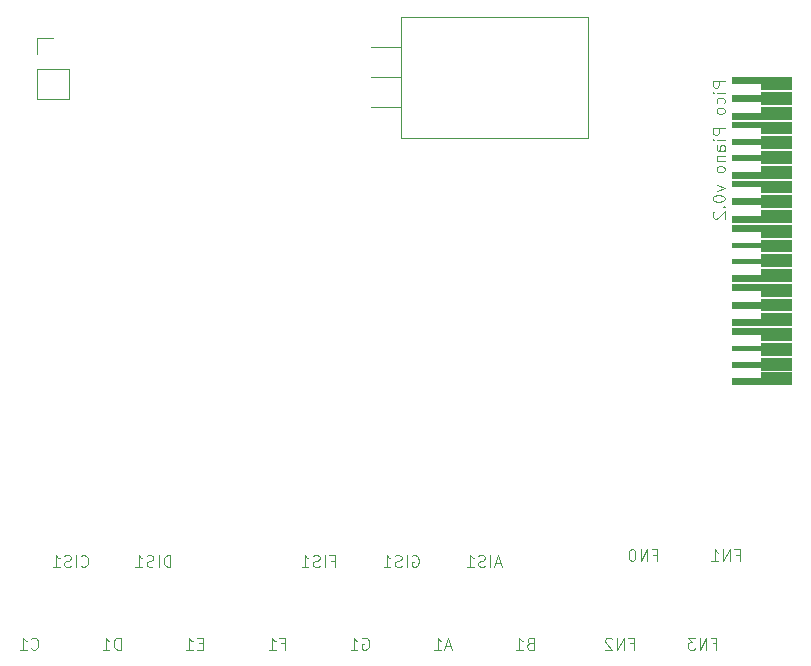
<source format=gbo>
G04 #@! TF.GenerationSoftware,KiCad,Pcbnew,8.0.6*
G04 #@! TF.CreationDate,2024-12-01T22:21:49+01:00*
G04 #@! TF.ProjectId,pico_piano,7069636f-5f70-4696-916e-6f2e6b696361,rev?*
G04 #@! TF.SameCoordinates,Original*
G04 #@! TF.FileFunction,Legend,Bot*
G04 #@! TF.FilePolarity,Positive*
%FSLAX46Y46*%
G04 Gerber Fmt 4.6, Leading zero omitted, Abs format (unit mm)*
G04 Created by KiCad (PCBNEW 8.0.6) date 2024-12-01 22:21:49*
%MOMM*%
%LPD*%
G01*
G04 APERTURE LIST*
%ADD10C,0.100000*%
%ADD11C,0.120000*%
%ADD12C,2.000000*%
%ADD13R,1.700000X1.700000*%
%ADD14O,1.700000X1.700000*%
%ADD15R,2.000000X2.000000*%
%ADD16O,1.800000X1.800000*%
%ADD17O,1.500000X1.500000*%
%ADD18O,3.500000X3.500000*%
%ADD19R,2.000000X1.905000*%
%ADD20O,2.000000X1.905000*%
G04 APERTURE END LIST*
D10*
X172500000Y-44500000D02*
X170000000Y-44500000D01*
X170000000Y-44000000D01*
X167500000Y-44000000D01*
X167500000Y-43500000D01*
X172500000Y-43500000D01*
X172500000Y-44500000D01*
G36*
X172500000Y-44500000D02*
G01*
X170000000Y-44500000D01*
X170000000Y-44000000D01*
X167500000Y-44000000D01*
X167500000Y-43500000D01*
X172500000Y-43500000D01*
X172500000Y-44500000D01*
G37*
X172500000Y-38250000D02*
X167500000Y-38250000D01*
X167500000Y-37750000D01*
X170000000Y-37750000D01*
X170000000Y-37250000D01*
X172500000Y-37250000D01*
X172500000Y-38250000D01*
G36*
X172500000Y-38250000D02*
G01*
X167500000Y-38250000D01*
X167500000Y-37750000D01*
X170000000Y-37750000D01*
X170000000Y-37250000D01*
X172500000Y-37250000D01*
X172500000Y-38250000D01*
G37*
X172500000Y-28250000D02*
X170000000Y-28250000D01*
X170000000Y-28000000D01*
X167500000Y-28000000D01*
X167500000Y-27500000D01*
X170000000Y-27500000D01*
X170000000Y-27250000D01*
X172500000Y-27250000D01*
X172500000Y-28250000D01*
G36*
X172500000Y-28250000D02*
G01*
X170000000Y-28250000D01*
X170000000Y-28000000D01*
X167500000Y-28000000D01*
X167500000Y-27500000D01*
X170000000Y-27500000D01*
X170000000Y-27250000D01*
X172500000Y-27250000D01*
X172500000Y-28250000D01*
G37*
X172500000Y-34500000D02*
X167500000Y-34500000D01*
X167500000Y-34000000D01*
X170000000Y-34000000D01*
X170000000Y-33500000D01*
X172500000Y-33500000D01*
X172500000Y-34500000D01*
G36*
X172500000Y-34500000D02*
G01*
X167500000Y-34500000D01*
X167500000Y-34000000D01*
X170000000Y-34000000D01*
X170000000Y-33500000D01*
X172500000Y-33500000D01*
X172500000Y-34500000D01*
G37*
X172500000Y-40750000D02*
X170000000Y-40750000D01*
X170000000Y-40375000D01*
X167500000Y-40375000D01*
X167500000Y-40000000D01*
X170000000Y-40000000D01*
X170000000Y-39750000D01*
X172500000Y-39750000D01*
X172500000Y-40750000D01*
G36*
X172500000Y-40750000D02*
G01*
X170000000Y-40750000D01*
X170000000Y-40375000D01*
X167500000Y-40375000D01*
X167500000Y-40000000D01*
X170000000Y-40000000D01*
X170000000Y-39750000D01*
X172500000Y-39750000D01*
X172500000Y-40750000D01*
G37*
X172500000Y-43250000D02*
X167500000Y-43250000D01*
X167500000Y-42750000D01*
X170000000Y-42750000D01*
X170000000Y-42250000D01*
X172500000Y-42250000D01*
X172500000Y-43250000D01*
G36*
X172500000Y-43250000D02*
G01*
X167500000Y-43250000D01*
X167500000Y-42750000D01*
X170000000Y-42750000D01*
X170000000Y-42250000D01*
X172500000Y-42250000D01*
X172500000Y-43250000D01*
G37*
X172500000Y-32000000D02*
X170000000Y-32000000D01*
X170000000Y-31625000D01*
X167500000Y-31625000D01*
X167500000Y-31250000D01*
X170000000Y-31250000D01*
X170000000Y-31000000D01*
X172500000Y-31000000D01*
X172500000Y-32000000D01*
G36*
X172500000Y-32000000D02*
G01*
X170000000Y-32000000D01*
X170000000Y-31625000D01*
X167500000Y-31625000D01*
X167500000Y-31250000D01*
X170000000Y-31250000D01*
X170000000Y-31000000D01*
X172500000Y-31000000D01*
X172500000Y-32000000D01*
G37*
X172500000Y-47000000D02*
X167500000Y-47000000D01*
X167500000Y-46500000D01*
X170000000Y-46500000D01*
X170000000Y-46000000D01*
X172500000Y-46000000D01*
X172500000Y-47000000D01*
G36*
X172500000Y-47000000D02*
G01*
X167500000Y-47000000D01*
X167500000Y-46500000D01*
X170000000Y-46500000D01*
X170000000Y-46000000D01*
X172500000Y-46000000D01*
X172500000Y-47000000D01*
G37*
X172500000Y-52000000D02*
X167500000Y-52000000D01*
X167500000Y-51500000D01*
X170000000Y-51500000D01*
X170000000Y-51000000D01*
X172500000Y-51000000D01*
X172500000Y-52000000D01*
G36*
X172500000Y-52000000D02*
G01*
X167500000Y-52000000D01*
X167500000Y-51500000D01*
X170000000Y-51500000D01*
X170000000Y-51000000D01*
X172500000Y-51000000D01*
X172500000Y-52000000D01*
G37*
X172500000Y-49500000D02*
X170000000Y-49500000D01*
X170000000Y-49125000D01*
X167500000Y-49125000D01*
X167500000Y-48750000D01*
X170000000Y-48750000D01*
X170000000Y-48500000D01*
X172500000Y-48500000D01*
X172500000Y-49500000D01*
G36*
X172500000Y-49500000D02*
G01*
X170000000Y-49500000D01*
X170000000Y-49125000D01*
X167500000Y-49125000D01*
X167500000Y-48750000D01*
X170000000Y-48750000D01*
X170000000Y-48500000D01*
X172500000Y-48500000D01*
X172500000Y-49500000D01*
G37*
X172500000Y-35750000D02*
X170000000Y-35750000D01*
X170000000Y-35250000D01*
X167500000Y-35250000D01*
X167500000Y-34750000D01*
X172500000Y-34750000D01*
X172500000Y-35750000D01*
G36*
X172500000Y-35750000D02*
G01*
X170000000Y-35750000D01*
X170000000Y-35250000D01*
X167500000Y-35250000D01*
X167500000Y-34750000D01*
X172500000Y-34750000D01*
X172500000Y-35750000D01*
G37*
X172500000Y-42000000D02*
X170000000Y-42000000D01*
X170000000Y-41750000D01*
X167500000Y-41750000D01*
X167500000Y-41375000D01*
X170000000Y-41375000D01*
X170000000Y-41000000D01*
X172500000Y-41000000D01*
X172500000Y-42000000D01*
G36*
X172500000Y-42000000D02*
G01*
X170000000Y-42000000D01*
X170000000Y-41750000D01*
X167500000Y-41750000D01*
X167500000Y-41375000D01*
X170000000Y-41375000D01*
X170000000Y-41000000D01*
X172500000Y-41000000D01*
X172500000Y-42000000D01*
G37*
X172500000Y-50750000D02*
X170000000Y-50750000D01*
X170000000Y-50500000D01*
X167500000Y-50500000D01*
X167500000Y-50125000D01*
X170000000Y-50125000D01*
X170000000Y-49750000D01*
X172500000Y-49750000D01*
X172500000Y-50750000D01*
G36*
X172500000Y-50750000D02*
G01*
X170000000Y-50750000D01*
X170000000Y-50500000D01*
X167500000Y-50500000D01*
X167500000Y-50125000D01*
X170000000Y-50125000D01*
X170000000Y-49750000D01*
X172500000Y-49750000D01*
X172500000Y-50750000D01*
G37*
X172500000Y-33250000D02*
X170000000Y-33250000D01*
X170000000Y-33000000D01*
X167500000Y-33000000D01*
X167500000Y-32625000D01*
X170000000Y-32625000D01*
X170000000Y-32250000D01*
X172500000Y-32250000D01*
X172500000Y-33250000D01*
G36*
X172500000Y-33250000D02*
G01*
X170000000Y-33250000D01*
X170000000Y-33000000D01*
X167500000Y-33000000D01*
X167500000Y-32625000D01*
X170000000Y-32625000D01*
X170000000Y-32250000D01*
X172500000Y-32250000D01*
X172500000Y-33250000D01*
G37*
X172500000Y-39500000D02*
X170000000Y-39500000D01*
X170000000Y-39000000D01*
X167500000Y-39000000D01*
X167500000Y-38500000D01*
X172500000Y-38500000D01*
X172500000Y-39500000D01*
G36*
X172500000Y-39500000D02*
G01*
X170000000Y-39500000D01*
X170000000Y-39000000D01*
X167500000Y-39000000D01*
X167500000Y-38500000D01*
X172500000Y-38500000D01*
X172500000Y-39500000D01*
G37*
X172500000Y-48250000D02*
X170000000Y-48250000D01*
X170000000Y-47750000D01*
X167500000Y-47750000D01*
X167500000Y-47250000D01*
X172500000Y-47250000D01*
X172500000Y-48250000D01*
G36*
X172500000Y-48250000D02*
G01*
X170000000Y-48250000D01*
X170000000Y-47750000D01*
X167500000Y-47750000D01*
X167500000Y-47250000D01*
X172500000Y-47250000D01*
X172500000Y-48250000D01*
G37*
X172500000Y-29500000D02*
X167500000Y-29500000D01*
X167500000Y-29000000D01*
X170000000Y-29000000D01*
X170000000Y-28500000D01*
X172500000Y-28500000D01*
X172500000Y-29500000D01*
G36*
X172500000Y-29500000D02*
G01*
X167500000Y-29500000D01*
X167500000Y-29000000D01*
X170000000Y-29000000D01*
X170000000Y-28500000D01*
X172500000Y-28500000D01*
X172500000Y-29500000D01*
G37*
X172500000Y-30750000D02*
X170000000Y-30750000D01*
X170000000Y-30250000D01*
X167500000Y-30250000D01*
X167500000Y-29750000D01*
X172500000Y-29750000D01*
X172500000Y-30750000D01*
G36*
X172500000Y-30750000D02*
G01*
X170000000Y-30750000D01*
X170000000Y-30250000D01*
X167500000Y-30250000D01*
X167500000Y-29750000D01*
X172500000Y-29750000D01*
X172500000Y-30750000D01*
G37*
X172500000Y-27000000D02*
X170000000Y-27000000D01*
X170000000Y-26500000D01*
X167500000Y-26500000D01*
X167500000Y-26000000D01*
X172500000Y-26000000D01*
X172500000Y-27000000D01*
G36*
X172500000Y-27000000D02*
G01*
X170000000Y-27000000D01*
X170000000Y-26500000D01*
X167500000Y-26500000D01*
X167500000Y-26000000D01*
X172500000Y-26000000D01*
X172500000Y-27000000D01*
G37*
X172500000Y-37000000D02*
X170000000Y-37000000D01*
X170000000Y-36750000D01*
X167500000Y-36750000D01*
X167500000Y-36250000D01*
X170000000Y-36250000D01*
X170000000Y-36000000D01*
X172500000Y-36000000D01*
X172500000Y-37000000D01*
G36*
X172500000Y-37000000D02*
G01*
X170000000Y-37000000D01*
X170000000Y-36750000D01*
X167500000Y-36750000D01*
X167500000Y-36250000D01*
X170000000Y-36250000D01*
X170000000Y-36000000D01*
X172500000Y-36000000D01*
X172500000Y-37000000D01*
G37*
X172500000Y-45750000D02*
X170000000Y-45750000D01*
X170000000Y-45500000D01*
X167500000Y-45500000D01*
X167500000Y-45000000D01*
X170000000Y-45000000D01*
X170000000Y-44750000D01*
X172500000Y-44750000D01*
X172500000Y-45750000D01*
G36*
X172500000Y-45750000D02*
G01*
X170000000Y-45750000D01*
X170000000Y-45500000D01*
X167500000Y-45500000D01*
X167500000Y-45000000D01*
X170000000Y-45000000D01*
X170000000Y-44750000D01*
X172500000Y-44750000D01*
X172500000Y-45750000D01*
G37*
X166872419Y-26303884D02*
X165872419Y-26303884D01*
X165872419Y-26303884D02*
X165872419Y-26684836D01*
X165872419Y-26684836D02*
X165920038Y-26780074D01*
X165920038Y-26780074D02*
X165967657Y-26827693D01*
X165967657Y-26827693D02*
X166062895Y-26875312D01*
X166062895Y-26875312D02*
X166205752Y-26875312D01*
X166205752Y-26875312D02*
X166300990Y-26827693D01*
X166300990Y-26827693D02*
X166348609Y-26780074D01*
X166348609Y-26780074D02*
X166396228Y-26684836D01*
X166396228Y-26684836D02*
X166396228Y-26303884D01*
X166872419Y-27303884D02*
X166205752Y-27303884D01*
X165872419Y-27303884D02*
X165920038Y-27256265D01*
X165920038Y-27256265D02*
X165967657Y-27303884D01*
X165967657Y-27303884D02*
X165920038Y-27351503D01*
X165920038Y-27351503D02*
X165872419Y-27303884D01*
X165872419Y-27303884D02*
X165967657Y-27303884D01*
X166824800Y-28208645D02*
X166872419Y-28113407D01*
X166872419Y-28113407D02*
X166872419Y-27922931D01*
X166872419Y-27922931D02*
X166824800Y-27827693D01*
X166824800Y-27827693D02*
X166777180Y-27780074D01*
X166777180Y-27780074D02*
X166681942Y-27732455D01*
X166681942Y-27732455D02*
X166396228Y-27732455D01*
X166396228Y-27732455D02*
X166300990Y-27780074D01*
X166300990Y-27780074D02*
X166253371Y-27827693D01*
X166253371Y-27827693D02*
X166205752Y-27922931D01*
X166205752Y-27922931D02*
X166205752Y-28113407D01*
X166205752Y-28113407D02*
X166253371Y-28208645D01*
X166872419Y-28780074D02*
X166824800Y-28684836D01*
X166824800Y-28684836D02*
X166777180Y-28637217D01*
X166777180Y-28637217D02*
X166681942Y-28589598D01*
X166681942Y-28589598D02*
X166396228Y-28589598D01*
X166396228Y-28589598D02*
X166300990Y-28637217D01*
X166300990Y-28637217D02*
X166253371Y-28684836D01*
X166253371Y-28684836D02*
X166205752Y-28780074D01*
X166205752Y-28780074D02*
X166205752Y-28922931D01*
X166205752Y-28922931D02*
X166253371Y-29018169D01*
X166253371Y-29018169D02*
X166300990Y-29065788D01*
X166300990Y-29065788D02*
X166396228Y-29113407D01*
X166396228Y-29113407D02*
X166681942Y-29113407D01*
X166681942Y-29113407D02*
X166777180Y-29065788D01*
X166777180Y-29065788D02*
X166824800Y-29018169D01*
X166824800Y-29018169D02*
X166872419Y-28922931D01*
X166872419Y-28922931D02*
X166872419Y-28780074D01*
X166872419Y-30303884D02*
X165872419Y-30303884D01*
X165872419Y-30303884D02*
X165872419Y-30684836D01*
X165872419Y-30684836D02*
X165920038Y-30780074D01*
X165920038Y-30780074D02*
X165967657Y-30827693D01*
X165967657Y-30827693D02*
X166062895Y-30875312D01*
X166062895Y-30875312D02*
X166205752Y-30875312D01*
X166205752Y-30875312D02*
X166300990Y-30827693D01*
X166300990Y-30827693D02*
X166348609Y-30780074D01*
X166348609Y-30780074D02*
X166396228Y-30684836D01*
X166396228Y-30684836D02*
X166396228Y-30303884D01*
X166872419Y-31303884D02*
X166205752Y-31303884D01*
X165872419Y-31303884D02*
X165920038Y-31256265D01*
X165920038Y-31256265D02*
X165967657Y-31303884D01*
X165967657Y-31303884D02*
X165920038Y-31351503D01*
X165920038Y-31351503D02*
X165872419Y-31303884D01*
X165872419Y-31303884D02*
X165967657Y-31303884D01*
X166872419Y-32208645D02*
X166348609Y-32208645D01*
X166348609Y-32208645D02*
X166253371Y-32161026D01*
X166253371Y-32161026D02*
X166205752Y-32065788D01*
X166205752Y-32065788D02*
X166205752Y-31875312D01*
X166205752Y-31875312D02*
X166253371Y-31780074D01*
X166824800Y-32208645D02*
X166872419Y-32113407D01*
X166872419Y-32113407D02*
X166872419Y-31875312D01*
X166872419Y-31875312D02*
X166824800Y-31780074D01*
X166824800Y-31780074D02*
X166729561Y-31732455D01*
X166729561Y-31732455D02*
X166634323Y-31732455D01*
X166634323Y-31732455D02*
X166539085Y-31780074D01*
X166539085Y-31780074D02*
X166491466Y-31875312D01*
X166491466Y-31875312D02*
X166491466Y-32113407D01*
X166491466Y-32113407D02*
X166443847Y-32208645D01*
X166205752Y-32684836D02*
X166872419Y-32684836D01*
X166300990Y-32684836D02*
X166253371Y-32732455D01*
X166253371Y-32732455D02*
X166205752Y-32827693D01*
X166205752Y-32827693D02*
X166205752Y-32970550D01*
X166205752Y-32970550D02*
X166253371Y-33065788D01*
X166253371Y-33065788D02*
X166348609Y-33113407D01*
X166348609Y-33113407D02*
X166872419Y-33113407D01*
X166872419Y-33732455D02*
X166824800Y-33637217D01*
X166824800Y-33637217D02*
X166777180Y-33589598D01*
X166777180Y-33589598D02*
X166681942Y-33541979D01*
X166681942Y-33541979D02*
X166396228Y-33541979D01*
X166396228Y-33541979D02*
X166300990Y-33589598D01*
X166300990Y-33589598D02*
X166253371Y-33637217D01*
X166253371Y-33637217D02*
X166205752Y-33732455D01*
X166205752Y-33732455D02*
X166205752Y-33875312D01*
X166205752Y-33875312D02*
X166253371Y-33970550D01*
X166253371Y-33970550D02*
X166300990Y-34018169D01*
X166300990Y-34018169D02*
X166396228Y-34065788D01*
X166396228Y-34065788D02*
X166681942Y-34065788D01*
X166681942Y-34065788D02*
X166777180Y-34018169D01*
X166777180Y-34018169D02*
X166824800Y-33970550D01*
X166824800Y-33970550D02*
X166872419Y-33875312D01*
X166872419Y-33875312D02*
X166872419Y-33732455D01*
X166205752Y-35161027D02*
X166872419Y-35399122D01*
X166872419Y-35399122D02*
X166205752Y-35637217D01*
X165872419Y-36208646D02*
X165872419Y-36303884D01*
X165872419Y-36303884D02*
X165920038Y-36399122D01*
X165920038Y-36399122D02*
X165967657Y-36446741D01*
X165967657Y-36446741D02*
X166062895Y-36494360D01*
X166062895Y-36494360D02*
X166253371Y-36541979D01*
X166253371Y-36541979D02*
X166491466Y-36541979D01*
X166491466Y-36541979D02*
X166681942Y-36494360D01*
X166681942Y-36494360D02*
X166777180Y-36446741D01*
X166777180Y-36446741D02*
X166824800Y-36399122D01*
X166824800Y-36399122D02*
X166872419Y-36303884D01*
X166872419Y-36303884D02*
X166872419Y-36208646D01*
X166872419Y-36208646D02*
X166824800Y-36113408D01*
X166824800Y-36113408D02*
X166777180Y-36065789D01*
X166777180Y-36065789D02*
X166681942Y-36018170D01*
X166681942Y-36018170D02*
X166491466Y-35970551D01*
X166491466Y-35970551D02*
X166253371Y-35970551D01*
X166253371Y-35970551D02*
X166062895Y-36018170D01*
X166062895Y-36018170D02*
X165967657Y-36065789D01*
X165967657Y-36065789D02*
X165920038Y-36113408D01*
X165920038Y-36113408D02*
X165872419Y-36208646D01*
X166777180Y-36970551D02*
X166824800Y-37018170D01*
X166824800Y-37018170D02*
X166872419Y-36970551D01*
X166872419Y-36970551D02*
X166824800Y-36922932D01*
X166824800Y-36922932D02*
X166777180Y-36970551D01*
X166777180Y-36970551D02*
X166872419Y-36970551D01*
X165967657Y-37399122D02*
X165920038Y-37446741D01*
X165920038Y-37446741D02*
X165872419Y-37541979D01*
X165872419Y-37541979D02*
X165872419Y-37780074D01*
X165872419Y-37780074D02*
X165920038Y-37875312D01*
X165920038Y-37875312D02*
X165967657Y-37922931D01*
X165967657Y-37922931D02*
X166062895Y-37970550D01*
X166062895Y-37970550D02*
X166158133Y-37970550D01*
X166158133Y-37970550D02*
X166300990Y-37922931D01*
X166300990Y-37922931D02*
X166872419Y-37351503D01*
X166872419Y-37351503D02*
X166872419Y-37970550D01*
X167857142Y-66433609D02*
X168190475Y-66433609D01*
X168190475Y-66957419D02*
X168190475Y-65957419D01*
X168190475Y-65957419D02*
X167714285Y-65957419D01*
X167333332Y-66957419D02*
X167333332Y-65957419D01*
X167333332Y-65957419D02*
X166761904Y-66957419D01*
X166761904Y-66957419D02*
X166761904Y-65957419D01*
X165761904Y-66957419D02*
X166333332Y-66957419D01*
X166047618Y-66957419D02*
X166047618Y-65957419D01*
X166047618Y-65957419D02*
X166142856Y-66100276D01*
X166142856Y-66100276D02*
X166238094Y-66195514D01*
X166238094Y-66195514D02*
X166333332Y-66243133D01*
X140428571Y-66505038D02*
X140523809Y-66457419D01*
X140523809Y-66457419D02*
X140666666Y-66457419D01*
X140666666Y-66457419D02*
X140809523Y-66505038D01*
X140809523Y-66505038D02*
X140904761Y-66600276D01*
X140904761Y-66600276D02*
X140952380Y-66695514D01*
X140952380Y-66695514D02*
X140999999Y-66885990D01*
X140999999Y-66885990D02*
X140999999Y-67028847D01*
X140999999Y-67028847D02*
X140952380Y-67219323D01*
X140952380Y-67219323D02*
X140904761Y-67314561D01*
X140904761Y-67314561D02*
X140809523Y-67409800D01*
X140809523Y-67409800D02*
X140666666Y-67457419D01*
X140666666Y-67457419D02*
X140571428Y-67457419D01*
X140571428Y-67457419D02*
X140428571Y-67409800D01*
X140428571Y-67409800D02*
X140380952Y-67362180D01*
X140380952Y-67362180D02*
X140380952Y-67028847D01*
X140380952Y-67028847D02*
X140571428Y-67028847D01*
X139952380Y-67457419D02*
X139952380Y-66457419D01*
X139523809Y-67409800D02*
X139380952Y-67457419D01*
X139380952Y-67457419D02*
X139142857Y-67457419D01*
X139142857Y-67457419D02*
X139047619Y-67409800D01*
X139047619Y-67409800D02*
X139000000Y-67362180D01*
X139000000Y-67362180D02*
X138952381Y-67266942D01*
X138952381Y-67266942D02*
X138952381Y-67171704D01*
X138952381Y-67171704D02*
X139000000Y-67076466D01*
X139000000Y-67076466D02*
X139047619Y-67028847D01*
X139047619Y-67028847D02*
X139142857Y-66981228D01*
X139142857Y-66981228D02*
X139333333Y-66933609D01*
X139333333Y-66933609D02*
X139428571Y-66885990D01*
X139428571Y-66885990D02*
X139476190Y-66838371D01*
X139476190Y-66838371D02*
X139523809Y-66743133D01*
X139523809Y-66743133D02*
X139523809Y-66647895D01*
X139523809Y-66647895D02*
X139476190Y-66552657D01*
X139476190Y-66552657D02*
X139428571Y-66505038D01*
X139428571Y-66505038D02*
X139333333Y-66457419D01*
X139333333Y-66457419D02*
X139095238Y-66457419D01*
X139095238Y-66457419D02*
X138952381Y-66505038D01*
X138000000Y-67457419D02*
X138571428Y-67457419D01*
X138285714Y-67457419D02*
X138285714Y-66457419D01*
X138285714Y-66457419D02*
X138380952Y-66600276D01*
X138380952Y-66600276D02*
X138476190Y-66695514D01*
X138476190Y-66695514D02*
X138571428Y-66743133D01*
X119952380Y-67457419D02*
X119952380Y-66457419D01*
X119952380Y-66457419D02*
X119714285Y-66457419D01*
X119714285Y-66457419D02*
X119571428Y-66505038D01*
X119571428Y-66505038D02*
X119476190Y-66600276D01*
X119476190Y-66600276D02*
X119428571Y-66695514D01*
X119428571Y-66695514D02*
X119380952Y-66885990D01*
X119380952Y-66885990D02*
X119380952Y-67028847D01*
X119380952Y-67028847D02*
X119428571Y-67219323D01*
X119428571Y-67219323D02*
X119476190Y-67314561D01*
X119476190Y-67314561D02*
X119571428Y-67409800D01*
X119571428Y-67409800D02*
X119714285Y-67457419D01*
X119714285Y-67457419D02*
X119952380Y-67457419D01*
X118952380Y-67457419D02*
X118952380Y-66457419D01*
X118523809Y-67409800D02*
X118380952Y-67457419D01*
X118380952Y-67457419D02*
X118142857Y-67457419D01*
X118142857Y-67457419D02*
X118047619Y-67409800D01*
X118047619Y-67409800D02*
X118000000Y-67362180D01*
X118000000Y-67362180D02*
X117952381Y-67266942D01*
X117952381Y-67266942D02*
X117952381Y-67171704D01*
X117952381Y-67171704D02*
X118000000Y-67076466D01*
X118000000Y-67076466D02*
X118047619Y-67028847D01*
X118047619Y-67028847D02*
X118142857Y-66981228D01*
X118142857Y-66981228D02*
X118333333Y-66933609D01*
X118333333Y-66933609D02*
X118428571Y-66885990D01*
X118428571Y-66885990D02*
X118476190Y-66838371D01*
X118476190Y-66838371D02*
X118523809Y-66743133D01*
X118523809Y-66743133D02*
X118523809Y-66647895D01*
X118523809Y-66647895D02*
X118476190Y-66552657D01*
X118476190Y-66552657D02*
X118428571Y-66505038D01*
X118428571Y-66505038D02*
X118333333Y-66457419D01*
X118333333Y-66457419D02*
X118095238Y-66457419D01*
X118095238Y-66457419D02*
X117952381Y-66505038D01*
X117000000Y-67457419D02*
X117571428Y-67457419D01*
X117285714Y-67457419D02*
X117285714Y-66457419D01*
X117285714Y-66457419D02*
X117380952Y-66600276D01*
X117380952Y-66600276D02*
X117476190Y-66695514D01*
X117476190Y-66695514D02*
X117571428Y-66743133D01*
X115738094Y-74457419D02*
X115738094Y-73457419D01*
X115738094Y-73457419D02*
X115499999Y-73457419D01*
X115499999Y-73457419D02*
X115357142Y-73505038D01*
X115357142Y-73505038D02*
X115261904Y-73600276D01*
X115261904Y-73600276D02*
X115214285Y-73695514D01*
X115214285Y-73695514D02*
X115166666Y-73885990D01*
X115166666Y-73885990D02*
X115166666Y-74028847D01*
X115166666Y-74028847D02*
X115214285Y-74219323D01*
X115214285Y-74219323D02*
X115261904Y-74314561D01*
X115261904Y-74314561D02*
X115357142Y-74409800D01*
X115357142Y-74409800D02*
X115499999Y-74457419D01*
X115499999Y-74457419D02*
X115738094Y-74457419D01*
X114214285Y-74457419D02*
X114785713Y-74457419D01*
X114499999Y-74457419D02*
X114499999Y-73457419D01*
X114499999Y-73457419D02*
X114595237Y-73600276D01*
X114595237Y-73600276D02*
X114690475Y-73695514D01*
X114690475Y-73695514D02*
X114785713Y-73743133D01*
X108166666Y-74362180D02*
X108214285Y-74409800D01*
X108214285Y-74409800D02*
X108357142Y-74457419D01*
X108357142Y-74457419D02*
X108452380Y-74457419D01*
X108452380Y-74457419D02*
X108595237Y-74409800D01*
X108595237Y-74409800D02*
X108690475Y-74314561D01*
X108690475Y-74314561D02*
X108738094Y-74219323D01*
X108738094Y-74219323D02*
X108785713Y-74028847D01*
X108785713Y-74028847D02*
X108785713Y-73885990D01*
X108785713Y-73885990D02*
X108738094Y-73695514D01*
X108738094Y-73695514D02*
X108690475Y-73600276D01*
X108690475Y-73600276D02*
X108595237Y-73505038D01*
X108595237Y-73505038D02*
X108452380Y-73457419D01*
X108452380Y-73457419D02*
X108357142Y-73457419D01*
X108357142Y-73457419D02*
X108214285Y-73505038D01*
X108214285Y-73505038D02*
X108166666Y-73552657D01*
X107214285Y-74457419D02*
X107785713Y-74457419D01*
X107499999Y-74457419D02*
X107499999Y-73457419D01*
X107499999Y-73457419D02*
X107595237Y-73600276D01*
X107595237Y-73600276D02*
X107690475Y-73695514D01*
X107690475Y-73695514D02*
X107785713Y-73743133D01*
X112380952Y-67362180D02*
X112428571Y-67409800D01*
X112428571Y-67409800D02*
X112571428Y-67457419D01*
X112571428Y-67457419D02*
X112666666Y-67457419D01*
X112666666Y-67457419D02*
X112809523Y-67409800D01*
X112809523Y-67409800D02*
X112904761Y-67314561D01*
X112904761Y-67314561D02*
X112952380Y-67219323D01*
X112952380Y-67219323D02*
X112999999Y-67028847D01*
X112999999Y-67028847D02*
X112999999Y-66885990D01*
X112999999Y-66885990D02*
X112952380Y-66695514D01*
X112952380Y-66695514D02*
X112904761Y-66600276D01*
X112904761Y-66600276D02*
X112809523Y-66505038D01*
X112809523Y-66505038D02*
X112666666Y-66457419D01*
X112666666Y-66457419D02*
X112571428Y-66457419D01*
X112571428Y-66457419D02*
X112428571Y-66505038D01*
X112428571Y-66505038D02*
X112380952Y-66552657D01*
X111952380Y-67457419D02*
X111952380Y-66457419D01*
X111523809Y-67409800D02*
X111380952Y-67457419D01*
X111380952Y-67457419D02*
X111142857Y-67457419D01*
X111142857Y-67457419D02*
X111047619Y-67409800D01*
X111047619Y-67409800D02*
X111000000Y-67362180D01*
X111000000Y-67362180D02*
X110952381Y-67266942D01*
X110952381Y-67266942D02*
X110952381Y-67171704D01*
X110952381Y-67171704D02*
X111000000Y-67076466D01*
X111000000Y-67076466D02*
X111047619Y-67028847D01*
X111047619Y-67028847D02*
X111142857Y-66981228D01*
X111142857Y-66981228D02*
X111333333Y-66933609D01*
X111333333Y-66933609D02*
X111428571Y-66885990D01*
X111428571Y-66885990D02*
X111476190Y-66838371D01*
X111476190Y-66838371D02*
X111523809Y-66743133D01*
X111523809Y-66743133D02*
X111523809Y-66647895D01*
X111523809Y-66647895D02*
X111476190Y-66552657D01*
X111476190Y-66552657D02*
X111428571Y-66505038D01*
X111428571Y-66505038D02*
X111333333Y-66457419D01*
X111333333Y-66457419D02*
X111095238Y-66457419D01*
X111095238Y-66457419D02*
X110952381Y-66505038D01*
X110000000Y-67457419D02*
X110571428Y-67457419D01*
X110285714Y-67457419D02*
X110285714Y-66457419D01*
X110285714Y-66457419D02*
X110380952Y-66600276D01*
X110380952Y-66600276D02*
X110476190Y-66695514D01*
X110476190Y-66695514D02*
X110571428Y-66743133D01*
X122690475Y-73933609D02*
X122357142Y-73933609D01*
X122214285Y-74457419D02*
X122690475Y-74457419D01*
X122690475Y-74457419D02*
X122690475Y-73457419D01*
X122690475Y-73457419D02*
X122214285Y-73457419D01*
X121261904Y-74457419D02*
X121833332Y-74457419D01*
X121547618Y-74457419D02*
X121547618Y-73457419D01*
X121547618Y-73457419D02*
X121642856Y-73600276D01*
X121642856Y-73600276D02*
X121738094Y-73695514D01*
X121738094Y-73695514D02*
X121833332Y-73743133D01*
X165857142Y-73933609D02*
X166190475Y-73933609D01*
X166190475Y-74457419D02*
X166190475Y-73457419D01*
X166190475Y-73457419D02*
X165714285Y-73457419D01*
X165333332Y-74457419D02*
X165333332Y-73457419D01*
X165333332Y-73457419D02*
X164761904Y-74457419D01*
X164761904Y-74457419D02*
X164761904Y-73457419D01*
X164380951Y-73457419D02*
X163761904Y-73457419D01*
X163761904Y-73457419D02*
X164095237Y-73838371D01*
X164095237Y-73838371D02*
X163952380Y-73838371D01*
X163952380Y-73838371D02*
X163857142Y-73885990D01*
X163857142Y-73885990D02*
X163809523Y-73933609D01*
X163809523Y-73933609D02*
X163761904Y-74028847D01*
X163761904Y-74028847D02*
X163761904Y-74266942D01*
X163761904Y-74266942D02*
X163809523Y-74362180D01*
X163809523Y-74362180D02*
X163857142Y-74409800D01*
X163857142Y-74409800D02*
X163952380Y-74457419D01*
X163952380Y-74457419D02*
X164238094Y-74457419D01*
X164238094Y-74457419D02*
X164333332Y-74409800D01*
X164333332Y-74409800D02*
X164380951Y-74362180D01*
X143714285Y-74171704D02*
X143238095Y-74171704D01*
X143809523Y-74457419D02*
X143476190Y-73457419D01*
X143476190Y-73457419D02*
X143142857Y-74457419D01*
X142285714Y-74457419D02*
X142857142Y-74457419D01*
X142571428Y-74457419D02*
X142571428Y-73457419D01*
X142571428Y-73457419D02*
X142666666Y-73600276D01*
X142666666Y-73600276D02*
X142761904Y-73695514D01*
X142761904Y-73695514D02*
X142857142Y-73743133D01*
X160857142Y-66433609D02*
X161190475Y-66433609D01*
X161190475Y-66957419D02*
X161190475Y-65957419D01*
X161190475Y-65957419D02*
X160714285Y-65957419D01*
X160333332Y-66957419D02*
X160333332Y-65957419D01*
X160333332Y-65957419D02*
X159761904Y-66957419D01*
X159761904Y-66957419D02*
X159761904Y-65957419D01*
X159095237Y-65957419D02*
X158999999Y-65957419D01*
X158999999Y-65957419D02*
X158904761Y-66005038D01*
X158904761Y-66005038D02*
X158857142Y-66052657D01*
X158857142Y-66052657D02*
X158809523Y-66147895D01*
X158809523Y-66147895D02*
X158761904Y-66338371D01*
X158761904Y-66338371D02*
X158761904Y-66576466D01*
X158761904Y-66576466D02*
X158809523Y-66766942D01*
X158809523Y-66766942D02*
X158857142Y-66862180D01*
X158857142Y-66862180D02*
X158904761Y-66909800D01*
X158904761Y-66909800D02*
X158999999Y-66957419D01*
X158999999Y-66957419D02*
X159095237Y-66957419D01*
X159095237Y-66957419D02*
X159190475Y-66909800D01*
X159190475Y-66909800D02*
X159238094Y-66862180D01*
X159238094Y-66862180D02*
X159285713Y-66766942D01*
X159285713Y-66766942D02*
X159333332Y-66576466D01*
X159333332Y-66576466D02*
X159333332Y-66338371D01*
X159333332Y-66338371D02*
X159285713Y-66147895D01*
X159285713Y-66147895D02*
X159238094Y-66052657D01*
X159238094Y-66052657D02*
X159190475Y-66005038D01*
X159190475Y-66005038D02*
X159095237Y-65957419D01*
X150404761Y-73933609D02*
X150261904Y-73981228D01*
X150261904Y-73981228D02*
X150214285Y-74028847D01*
X150214285Y-74028847D02*
X150166666Y-74124085D01*
X150166666Y-74124085D02*
X150166666Y-74266942D01*
X150166666Y-74266942D02*
X150214285Y-74362180D01*
X150214285Y-74362180D02*
X150261904Y-74409800D01*
X150261904Y-74409800D02*
X150357142Y-74457419D01*
X150357142Y-74457419D02*
X150738094Y-74457419D01*
X150738094Y-74457419D02*
X150738094Y-73457419D01*
X150738094Y-73457419D02*
X150404761Y-73457419D01*
X150404761Y-73457419D02*
X150309523Y-73505038D01*
X150309523Y-73505038D02*
X150261904Y-73552657D01*
X150261904Y-73552657D02*
X150214285Y-73647895D01*
X150214285Y-73647895D02*
X150214285Y-73743133D01*
X150214285Y-73743133D02*
X150261904Y-73838371D01*
X150261904Y-73838371D02*
X150309523Y-73885990D01*
X150309523Y-73885990D02*
X150404761Y-73933609D01*
X150404761Y-73933609D02*
X150738094Y-73933609D01*
X149214285Y-74457419D02*
X149785713Y-74457419D01*
X149499999Y-74457419D02*
X149499999Y-73457419D01*
X149499999Y-73457419D02*
X149595237Y-73600276D01*
X149595237Y-73600276D02*
X149690475Y-73695514D01*
X149690475Y-73695514D02*
X149785713Y-73743133D01*
X147928570Y-67171704D02*
X147452380Y-67171704D01*
X148023808Y-67457419D02*
X147690475Y-66457419D01*
X147690475Y-66457419D02*
X147357142Y-67457419D01*
X147023808Y-67457419D02*
X147023808Y-66457419D01*
X146595237Y-67409800D02*
X146452380Y-67457419D01*
X146452380Y-67457419D02*
X146214285Y-67457419D01*
X146214285Y-67457419D02*
X146119047Y-67409800D01*
X146119047Y-67409800D02*
X146071428Y-67362180D01*
X146071428Y-67362180D02*
X146023809Y-67266942D01*
X146023809Y-67266942D02*
X146023809Y-67171704D01*
X146023809Y-67171704D02*
X146071428Y-67076466D01*
X146071428Y-67076466D02*
X146119047Y-67028847D01*
X146119047Y-67028847D02*
X146214285Y-66981228D01*
X146214285Y-66981228D02*
X146404761Y-66933609D01*
X146404761Y-66933609D02*
X146499999Y-66885990D01*
X146499999Y-66885990D02*
X146547618Y-66838371D01*
X146547618Y-66838371D02*
X146595237Y-66743133D01*
X146595237Y-66743133D02*
X146595237Y-66647895D01*
X146595237Y-66647895D02*
X146547618Y-66552657D01*
X146547618Y-66552657D02*
X146499999Y-66505038D01*
X146499999Y-66505038D02*
X146404761Y-66457419D01*
X146404761Y-66457419D02*
X146166666Y-66457419D01*
X146166666Y-66457419D02*
X146023809Y-66505038D01*
X145071428Y-67457419D02*
X145642856Y-67457419D01*
X145357142Y-67457419D02*
X145357142Y-66457419D01*
X145357142Y-66457419D02*
X145452380Y-66600276D01*
X145452380Y-66600276D02*
X145547618Y-66695514D01*
X145547618Y-66695514D02*
X145642856Y-66743133D01*
X129333333Y-73933609D02*
X129666666Y-73933609D01*
X129666666Y-74457419D02*
X129666666Y-73457419D01*
X129666666Y-73457419D02*
X129190476Y-73457419D01*
X128285714Y-74457419D02*
X128857142Y-74457419D01*
X128571428Y-74457419D02*
X128571428Y-73457419D01*
X128571428Y-73457419D02*
X128666666Y-73600276D01*
X128666666Y-73600276D02*
X128761904Y-73695514D01*
X128761904Y-73695514D02*
X128857142Y-73743133D01*
X133547618Y-66933609D02*
X133880951Y-66933609D01*
X133880951Y-67457419D02*
X133880951Y-66457419D01*
X133880951Y-66457419D02*
X133404761Y-66457419D01*
X133023808Y-67457419D02*
X133023808Y-66457419D01*
X132595237Y-67409800D02*
X132452380Y-67457419D01*
X132452380Y-67457419D02*
X132214285Y-67457419D01*
X132214285Y-67457419D02*
X132119047Y-67409800D01*
X132119047Y-67409800D02*
X132071428Y-67362180D01*
X132071428Y-67362180D02*
X132023809Y-67266942D01*
X132023809Y-67266942D02*
X132023809Y-67171704D01*
X132023809Y-67171704D02*
X132071428Y-67076466D01*
X132071428Y-67076466D02*
X132119047Y-67028847D01*
X132119047Y-67028847D02*
X132214285Y-66981228D01*
X132214285Y-66981228D02*
X132404761Y-66933609D01*
X132404761Y-66933609D02*
X132499999Y-66885990D01*
X132499999Y-66885990D02*
X132547618Y-66838371D01*
X132547618Y-66838371D02*
X132595237Y-66743133D01*
X132595237Y-66743133D02*
X132595237Y-66647895D01*
X132595237Y-66647895D02*
X132547618Y-66552657D01*
X132547618Y-66552657D02*
X132499999Y-66505038D01*
X132499999Y-66505038D02*
X132404761Y-66457419D01*
X132404761Y-66457419D02*
X132166666Y-66457419D01*
X132166666Y-66457419D02*
X132023809Y-66505038D01*
X131071428Y-67457419D02*
X131642856Y-67457419D01*
X131357142Y-67457419D02*
X131357142Y-66457419D01*
X131357142Y-66457419D02*
X131452380Y-66600276D01*
X131452380Y-66600276D02*
X131547618Y-66695514D01*
X131547618Y-66695514D02*
X131642856Y-66743133D01*
X158857142Y-73933609D02*
X159190475Y-73933609D01*
X159190475Y-74457419D02*
X159190475Y-73457419D01*
X159190475Y-73457419D02*
X158714285Y-73457419D01*
X158333332Y-74457419D02*
X158333332Y-73457419D01*
X158333332Y-73457419D02*
X157761904Y-74457419D01*
X157761904Y-74457419D02*
X157761904Y-73457419D01*
X157333332Y-73552657D02*
X157285713Y-73505038D01*
X157285713Y-73505038D02*
X157190475Y-73457419D01*
X157190475Y-73457419D02*
X156952380Y-73457419D01*
X156952380Y-73457419D02*
X156857142Y-73505038D01*
X156857142Y-73505038D02*
X156809523Y-73552657D01*
X156809523Y-73552657D02*
X156761904Y-73647895D01*
X156761904Y-73647895D02*
X156761904Y-73743133D01*
X156761904Y-73743133D02*
X156809523Y-73885990D01*
X156809523Y-73885990D02*
X157380951Y-74457419D01*
X157380951Y-74457419D02*
X156761904Y-74457419D01*
X136214285Y-73505038D02*
X136309523Y-73457419D01*
X136309523Y-73457419D02*
X136452380Y-73457419D01*
X136452380Y-73457419D02*
X136595237Y-73505038D01*
X136595237Y-73505038D02*
X136690475Y-73600276D01*
X136690475Y-73600276D02*
X136738094Y-73695514D01*
X136738094Y-73695514D02*
X136785713Y-73885990D01*
X136785713Y-73885990D02*
X136785713Y-74028847D01*
X136785713Y-74028847D02*
X136738094Y-74219323D01*
X136738094Y-74219323D02*
X136690475Y-74314561D01*
X136690475Y-74314561D02*
X136595237Y-74409800D01*
X136595237Y-74409800D02*
X136452380Y-74457419D01*
X136452380Y-74457419D02*
X136357142Y-74457419D01*
X136357142Y-74457419D02*
X136214285Y-74409800D01*
X136214285Y-74409800D02*
X136166666Y-74362180D01*
X136166666Y-74362180D02*
X136166666Y-74028847D01*
X136166666Y-74028847D02*
X136357142Y-74028847D01*
X135214285Y-74457419D02*
X135785713Y-74457419D01*
X135499999Y-74457419D02*
X135499999Y-73457419D01*
X135499999Y-73457419D02*
X135595237Y-73600276D01*
X135595237Y-73600276D02*
X135690475Y-73695514D01*
X135690475Y-73695514D02*
X135785713Y-73743133D01*
D11*
X136920000Y-23460000D02*
X139460000Y-23460000D01*
X136920000Y-26000000D02*
X139460000Y-26000000D01*
X136920000Y-28540000D02*
X139460000Y-28540000D01*
X139460000Y-20880000D02*
X139460000Y-31120000D01*
X139460000Y-20880000D02*
X155350000Y-20880000D01*
X139460000Y-31120000D02*
X155350000Y-31120000D01*
X155350000Y-20880000D02*
X155350000Y-31120000D01*
X108670000Y-22670000D02*
X110000000Y-22670000D01*
X108670000Y-24000000D02*
X108670000Y-22670000D01*
X108670000Y-25270000D02*
X111330000Y-25270000D01*
X108670000Y-27870000D02*
X108670000Y-25270000D01*
X108670000Y-27870000D02*
X111330000Y-27870000D01*
X111330000Y-27870000D02*
X111330000Y-25270000D01*
%LPC*%
D12*
X167000000Y-64000000D03*
X167050000Y-69000000D03*
X139500000Y-64500000D03*
X139550000Y-69500000D03*
X118500000Y-64500000D03*
X118550000Y-69500000D03*
X115000000Y-71500000D03*
X115050000Y-76500000D03*
X108000000Y-71500000D03*
X108050000Y-76500000D03*
D13*
X172000000Y-22000000D03*
D14*
X169460000Y-22000000D03*
X166920000Y-22000000D03*
D12*
X111500000Y-64500000D03*
X111550000Y-69500000D03*
X122000000Y-71500000D03*
X122050000Y-76500000D03*
X165000000Y-71500000D03*
X165050000Y-76500000D03*
X158650000Y-56394000D03*
X161190000Y-56394000D03*
X163730000Y-56394000D03*
X166270000Y-56394000D03*
D15*
X168810000Y-56394000D03*
D12*
X171350000Y-56394000D03*
X157888000Y-49790000D03*
X157888000Y-47250000D03*
X157888000Y-44710000D03*
X157888000Y-42170000D03*
X157888000Y-39630000D03*
X157888000Y-37090000D03*
X157888000Y-34550000D03*
X157888000Y-32010000D03*
X157888000Y-29470000D03*
X143000000Y-71500000D03*
X143050000Y-76500000D03*
X160000000Y-64000000D03*
X160050000Y-69000000D03*
D13*
X105000000Y-29080000D03*
D14*
X105000000Y-26540000D03*
X105000000Y-24000000D03*
D13*
X121000000Y-59000000D03*
D14*
X118460000Y-59000000D03*
X115920000Y-59000000D03*
D12*
X150000000Y-71500000D03*
X150050000Y-76500000D03*
X146500000Y-64500000D03*
X146550000Y-69500000D03*
D13*
X131079999Y-59000000D03*
D14*
X128539999Y-59000000D03*
X125999999Y-59000000D03*
D12*
X129000000Y-71500000D03*
X129050000Y-76500000D03*
D16*
X104630000Y-46615000D03*
D17*
X107660000Y-46315000D03*
X107660000Y-41465000D03*
D16*
X104630000Y-41165000D03*
D14*
X104500000Y-52780000D03*
X107040000Y-52780000D03*
D13*
X109580000Y-52780000D03*
D14*
X112120000Y-52780000D03*
X114660000Y-52780000D03*
X117200000Y-52780000D03*
X119740000Y-52780000D03*
D13*
X122280000Y-52780000D03*
D14*
X124820000Y-52780000D03*
X127360000Y-52780000D03*
X129900000Y-52780000D03*
X132440000Y-52780000D03*
D13*
X134980000Y-52780000D03*
D14*
X137520000Y-52780000D03*
X140060000Y-52780000D03*
X142600000Y-52780000D03*
X145140000Y-52780000D03*
D13*
X147680000Y-52780000D03*
D14*
X150220000Y-52780000D03*
X152760000Y-52780000D03*
X152760000Y-35000000D03*
X150220000Y-35000000D03*
D13*
X147680000Y-35000000D03*
D14*
X145140000Y-35000000D03*
X142600000Y-35000000D03*
X140060000Y-35000000D03*
X137520000Y-35000000D03*
D13*
X134980000Y-35000000D03*
D14*
X132440000Y-35000000D03*
X129900000Y-35000000D03*
X127360000Y-35000000D03*
X124820000Y-35000000D03*
D13*
X122280000Y-35000000D03*
D14*
X119740000Y-35000000D03*
X117200000Y-35000000D03*
X114660000Y-35000000D03*
X112120000Y-35000000D03*
D13*
X109580000Y-35000000D03*
D14*
X107040000Y-35000000D03*
X104500000Y-35000000D03*
X152530000Y-46430000D03*
D13*
X152530000Y-43890000D03*
D14*
X152530000Y-41350000D03*
D12*
X132500000Y-64500000D03*
X132550000Y-69500000D03*
D13*
X123380000Y-23000000D03*
D14*
X125920000Y-23000000D03*
X128460000Y-23000000D03*
X131000000Y-23000000D03*
D12*
X158000000Y-71500000D03*
X158050000Y-76500000D03*
X136000000Y-71500000D03*
X136050000Y-76500000D03*
D13*
X111079999Y-59000000D03*
D14*
X108539999Y-59000000D03*
X105999999Y-59000000D03*
D18*
X152430000Y-26000000D03*
D19*
X135770000Y-28540000D03*
D20*
X135770000Y-26000000D03*
X135770000Y-23460000D03*
D13*
X110000000Y-24000000D03*
D14*
X110000000Y-26540000D03*
%LPD*%
M02*

</source>
